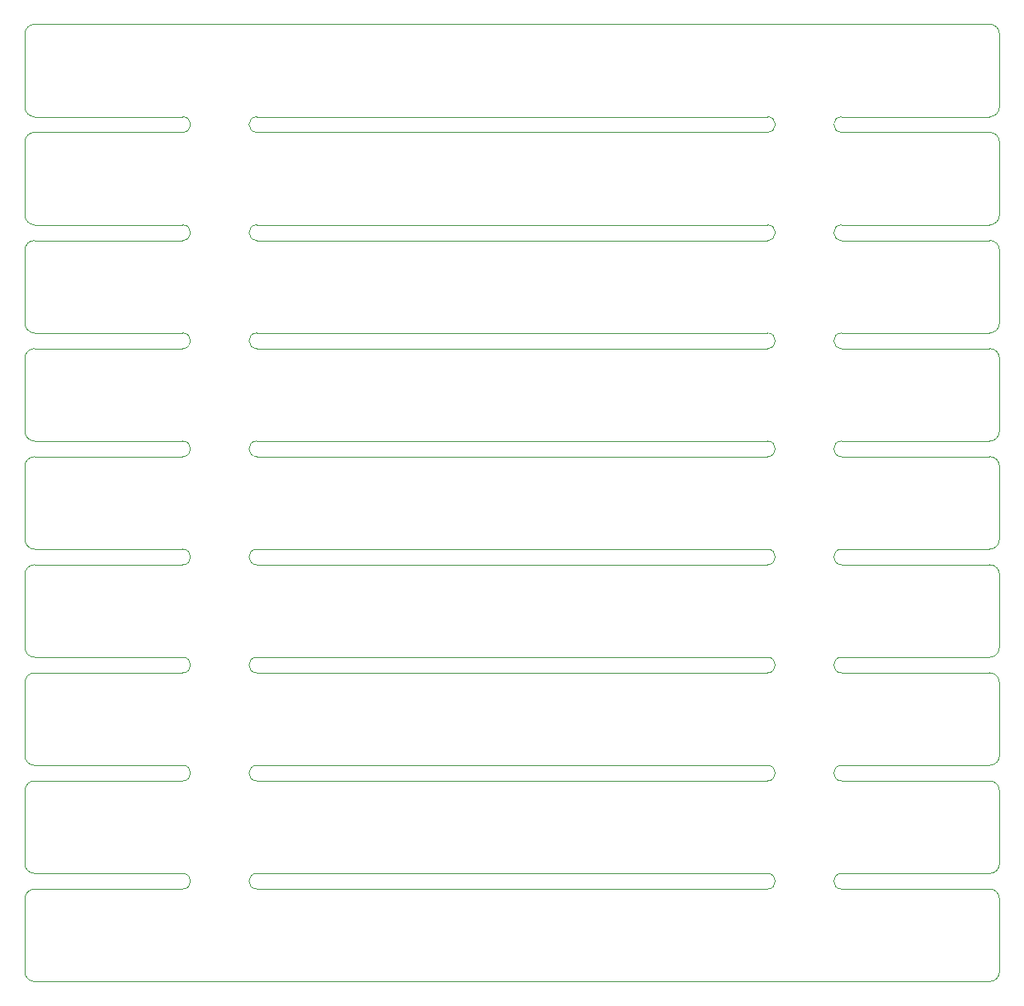
<source format=gm1>
G04 #@! TF.GenerationSoftware,KiCad,Pcbnew,(6.0.0)*
G04 #@! TF.CreationDate,2022-02-10T10:23:11+01:00*
G04 #@! TF.ProjectId,IKEA_Tertial_mod_v3.1,494b4541-5f54-4657-9274-69616c5f6d6f,rev?*
G04 #@! TF.SameCoordinates,Original*
G04 #@! TF.FileFunction,Profile,NP*
%FSLAX46Y46*%
G04 Gerber Fmt 4.6, Leading zero omitted, Abs format (unit mm)*
G04 Created by KiCad (PCBNEW (6.0.0)) date 2022-02-10 10:23:11*
%MOMM*%
%LPD*%
G01*
G04 APERTURE LIST*
G04 #@! TA.AperFunction,Profile*
%ADD10C,0.100000*%
G04 #@! TD*
G04 APERTURE END LIST*
D10*
X101000000Y-137199999D02*
X116200000Y-137200000D01*
X123800000Y-137200000D02*
X176200000Y-137200000D01*
X183800000Y-137200000D02*
X199000000Y-137199999D01*
X183800000Y-138800000D02*
X199000000Y-138800000D01*
X123800000Y-138800000D02*
X176200000Y-138800000D01*
X183800000Y-127700001D02*
X199000000Y-127700001D01*
X101000000Y-138800000D02*
X116200000Y-138800000D01*
X101000000Y-126100000D02*
X116200000Y-126100001D01*
X183800000Y-126100001D02*
X199000000Y-126100000D01*
X123800000Y-126100001D02*
X176200000Y-126100001D01*
X101000000Y-127700001D02*
X116200000Y-127700001D01*
X123800000Y-127700001D02*
X176200000Y-127700001D01*
X123800000Y-94400002D02*
X176200000Y-94400002D01*
X123800000Y-92800002D02*
X176200000Y-92800002D01*
X101000000Y-94400002D02*
X116200000Y-94400002D01*
X183800000Y-92800002D02*
X199000000Y-92800001D01*
X183800000Y-94400002D02*
X199000000Y-94400002D01*
X101000000Y-92800001D02*
X116200000Y-92800002D01*
X101000000Y-105500003D02*
X116200000Y-105500003D01*
X183800000Y-103900003D02*
X199000000Y-103900002D01*
X123800000Y-105500003D02*
X176200000Y-105500003D01*
X183800000Y-105500003D02*
X199000000Y-105500003D01*
X123800000Y-103900003D02*
X176200000Y-103900003D01*
X101000000Y-103900002D02*
X116200000Y-103900003D01*
X101000000Y-116600002D02*
X116200000Y-116600002D01*
X123800000Y-116600002D02*
X176200000Y-116600002D01*
X123800000Y-115000002D02*
X176200000Y-115000002D01*
X183800000Y-115000002D02*
X199000000Y-115000001D01*
X183800000Y-116600002D02*
X199000000Y-116600002D01*
X101000000Y-115000001D02*
X116200000Y-115000002D01*
X123800000Y-83300001D02*
X176200000Y-83300001D01*
X123800000Y-81700001D02*
X176200000Y-81700001D01*
X101000000Y-83300001D02*
X116200000Y-83300001D01*
X183800000Y-81700001D02*
X199000000Y-81700000D01*
X183800000Y-83300001D02*
X199000000Y-83300001D01*
X101000000Y-81700000D02*
X116200000Y-81700001D01*
X123800000Y-72200002D02*
X176200000Y-72200002D01*
X123800000Y-70600002D02*
X176200000Y-70600002D01*
X101000000Y-72200002D02*
X116200000Y-72200002D01*
X183800000Y-70600002D02*
X199000000Y-70600001D01*
X183800000Y-72200002D02*
X199000000Y-72200002D01*
X101000000Y-70600001D02*
X116200000Y-70600002D01*
X199000000Y-126100000D02*
G75*
G03*
X200000000Y-125100000I1J999999D01*
G01*
X200000000Y-73200000D02*
X200000000Y-80700000D01*
X199000000Y-92800001D02*
G75*
G03*
X200000000Y-91800001I1J999999D01*
G01*
X101000000Y-94400000D02*
G75*
G03*
X100000000Y-95400000I-1J-999999D01*
G01*
X101000000Y-138799999D02*
G75*
G03*
X100000000Y-139799999I-1J-999999D01*
G01*
X100000000Y-58500000D02*
X100000000Y-51000000D01*
X200000000Y-62100001D02*
X200000000Y-69600001D01*
X100000000Y-91800001D02*
X100000000Y-84300001D01*
X200000000Y-128700001D02*
X200000000Y-136200001D01*
X101000000Y-72200000D02*
G75*
G03*
X100000000Y-73200000I-1J-999999D01*
G01*
X101000000Y-50000000D02*
X199000000Y-50000000D01*
X100000000Y-147299999D02*
G75*
G03*
X101000000Y-148299999I999999J-1D01*
G01*
X123800000Y-61100001D02*
X176200000Y-61100001D01*
X101000000Y-148299999D02*
X199000000Y-148299999D01*
X200000000Y-106500001D02*
X200000000Y-114000001D01*
X101000000Y-61100001D02*
G75*
G03*
X100000000Y-62100001I-1J-999999D01*
G01*
X200000000Y-128700001D02*
G75*
G03*
X199000000Y-127700001I-999999J1D01*
G01*
X100000000Y-125100000D02*
G75*
G03*
X101000000Y-126100000I999999J-1D01*
G01*
X100000000Y-58500000D02*
G75*
G03*
X101000000Y-59500000I999999J-1D01*
G01*
X200000000Y-84300001D02*
G75*
G03*
X199000000Y-83300001I-999999J1D01*
G01*
X200000000Y-139799999D02*
X200000000Y-147299999D01*
X199000000Y-70600001D02*
G75*
G03*
X200000000Y-69600001I1J999999D01*
G01*
X100000000Y-69600001D02*
X100000000Y-62100001D01*
X101000000Y-83300001D02*
G75*
G03*
X100000000Y-84300001I-1J-999999D01*
G01*
X100000000Y-80700000D02*
G75*
G03*
X101000000Y-81700000I999999J-1D01*
G01*
X101000000Y-116600000D02*
G75*
G03*
X100000000Y-117600000I-1J-999999D01*
G01*
X100000000Y-80700000D02*
X100000000Y-73200000D01*
X200000000Y-51000000D02*
G75*
G03*
X199000000Y-50000000I-999999J1D01*
G01*
X199000000Y-81700000D02*
G75*
G03*
X200000000Y-80700000I1J999999D01*
G01*
X123800000Y-59500001D02*
X176200000Y-59500001D01*
X200000000Y-73200000D02*
G75*
G03*
X199000000Y-72200000I-999999J1D01*
G01*
X199000000Y-148299999D02*
G75*
G03*
X200000000Y-147299999I1J999999D01*
G01*
X101000000Y-50000000D02*
G75*
G03*
X100000000Y-51000000I-1J-999999D01*
G01*
X101000000Y-127700001D02*
G75*
G03*
X100000000Y-128700001I-1J-999999D01*
G01*
X100000000Y-136200001D02*
G75*
G03*
X101000000Y-137200001I999999J-1D01*
G01*
X100000000Y-69600001D02*
G75*
G03*
X101000000Y-70600001I999999J-1D01*
G01*
X200000000Y-117600000D02*
X200000000Y-125100000D01*
X200000000Y-95400000D02*
G75*
G03*
X199000000Y-94400000I-999999J1D01*
G01*
X100000000Y-102900000D02*
X100000000Y-95400000D01*
X101000000Y-105500001D02*
G75*
G03*
X100000000Y-106500001I-1J-999999D01*
G01*
X200000000Y-106500001D02*
G75*
G03*
X199000000Y-105500001I-999999J1D01*
G01*
X101000000Y-61100001D02*
X116200000Y-61100001D01*
X100000000Y-91800001D02*
G75*
G03*
X101000000Y-92800001I999999J-1D01*
G01*
X100000000Y-147299999D02*
X100000000Y-139799999D01*
X200000000Y-117600000D02*
G75*
G03*
X199000000Y-116600000I-999999J1D01*
G01*
X100000000Y-114000001D02*
G75*
G03*
X101000000Y-115000001I999999J-1D01*
G01*
X199000000Y-59500000D02*
G75*
G03*
X200000000Y-58500000I1J999999D01*
G01*
X100000000Y-102900000D02*
G75*
G03*
X101000000Y-103900000I999999J-1D01*
G01*
X183800000Y-59500001D02*
X199000000Y-59500000D01*
X200000000Y-84300001D02*
X200000000Y-91800001D01*
X100000000Y-114000001D02*
X100000000Y-106500001D01*
X200000000Y-95400000D02*
X200000000Y-102900000D01*
X200000000Y-139799999D02*
G75*
G03*
X199000000Y-138799999I-999999J1D01*
G01*
X100000000Y-125100000D02*
X100000000Y-117600000D01*
X199000000Y-103900000D02*
G75*
G03*
X200000000Y-102900000I1J999999D01*
G01*
X183800000Y-61100001D02*
X199000000Y-61100001D01*
X199000000Y-137200001D02*
G75*
G03*
X200000000Y-136200001I1J999999D01*
G01*
X199000000Y-115000001D02*
G75*
G03*
X200000000Y-114000001I1J999999D01*
G01*
X101000000Y-59500000D02*
X116200000Y-59500001D01*
X200000000Y-51000000D02*
X200000000Y-58500000D01*
X100000000Y-136200001D02*
X100000000Y-128700001D01*
X200000000Y-62100001D02*
G75*
G03*
X199000000Y-61100001I-999999J1D01*
G01*
X116200000Y-116600000D02*
G75*
G03*
X116200000Y-115000000I0J800000D01*
G01*
X123800000Y-115000000D02*
G75*
G03*
X123800000Y-116600000I0J-800000D01*
G01*
X116200000Y-83300001D02*
G75*
G03*
X116200000Y-81700001I0J800000D01*
G01*
X123800000Y-81700001D02*
G75*
G03*
X123800000Y-83300001I0J-800000D01*
G01*
X116200000Y-138799999D02*
G75*
G03*
X116200000Y-137199999I0J800000D01*
G01*
X123800000Y-137199999D02*
G75*
G03*
X123800000Y-138799999I0J-800000D01*
G01*
X116200000Y-61100001D02*
G75*
G03*
X116200000Y-59500001I0J800000D01*
G01*
X123800000Y-59500001D02*
G75*
G03*
X123800000Y-61100001I0J-800000D01*
G01*
X116200000Y-72200000D02*
G75*
G03*
X116200000Y-70600000I0J800000D01*
G01*
X123800000Y-70600000D02*
G75*
G03*
X123800000Y-72200000I0J-800000D01*
G01*
X116200000Y-127700001D02*
G75*
G03*
X116200000Y-126100001I0J800000D01*
G01*
X123800000Y-126100001D02*
G75*
G03*
X123800000Y-127700001I0J-800000D01*
G01*
X116200000Y-105500001D02*
G75*
G03*
X116200000Y-103900001I0J800000D01*
G01*
X123800000Y-103900001D02*
G75*
G03*
X123800000Y-105500001I0J-800000D01*
G01*
X116200000Y-94400000D02*
G75*
G03*
X116200000Y-92800000I0J800000D01*
G01*
X123800000Y-92800000D02*
G75*
G03*
X123800000Y-94400000I0J-800000D01*
G01*
X176200000Y-61100001D02*
G75*
G03*
X176200000Y-59500001I0J800000D01*
G01*
X183800000Y-59500001D02*
G75*
G03*
X183800000Y-61100001I0J-800000D01*
G01*
X176200000Y-116600000D02*
G75*
G03*
X176200000Y-115000000I0J800000D01*
G01*
X183800000Y-115000000D02*
G75*
G03*
X183800000Y-116600000I0J-800000D01*
G01*
X176200000Y-105500001D02*
G75*
G03*
X176200000Y-103900001I0J800000D01*
G01*
X183800000Y-103900001D02*
G75*
G03*
X183800000Y-105500001I0J-800000D01*
G01*
X176200000Y-94400000D02*
G75*
G03*
X176200000Y-92800000I0J800000D01*
G01*
X183800000Y-92800000D02*
G75*
G03*
X183800000Y-94400000I0J-800000D01*
G01*
X176200000Y-127700001D02*
G75*
G03*
X176200000Y-126100001I0J800000D01*
G01*
X183800000Y-126100001D02*
G75*
G03*
X183800000Y-127700001I0J-800000D01*
G01*
X176200000Y-72200000D02*
G75*
G03*
X176200000Y-70600000I0J800000D01*
G01*
X183800000Y-70600000D02*
G75*
G03*
X183800000Y-72200000I0J-800000D01*
G01*
X176200000Y-83300001D02*
G75*
G03*
X176200000Y-81700001I0J800000D01*
G01*
X183800000Y-81700001D02*
G75*
G03*
X183800000Y-83300001I0J-800000D01*
G01*
X176200000Y-138799999D02*
G75*
G03*
X176200000Y-137199999I0J800000D01*
G01*
X183800000Y-137199999D02*
G75*
G03*
X183800000Y-138799999I0J-800000D01*
G01*
M02*

</source>
